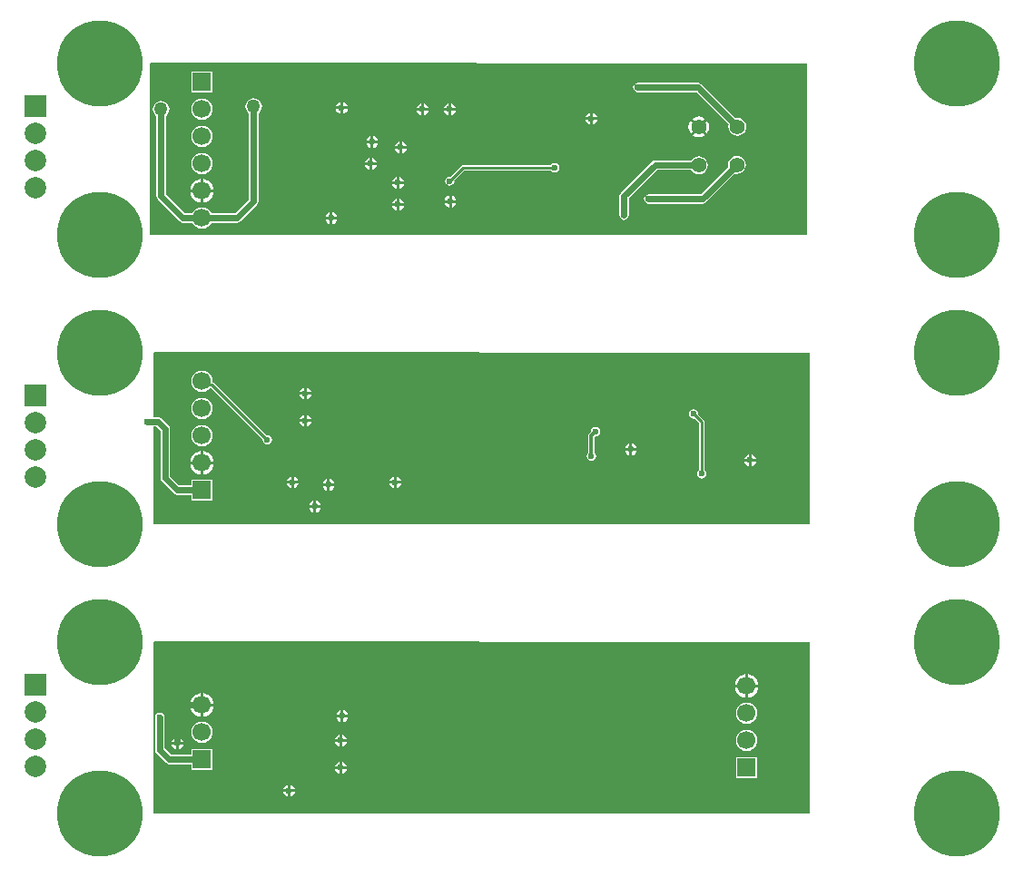
<source format=gbl>
G04*
G04 #@! TF.GenerationSoftware,Altium Limited,Altium Designer,21.0.3 (12)*
G04*
G04 Layer_Physical_Order=2*
G04 Layer_Color=16711680*
%FSLAX25Y25*%
%MOIN*%
G70*
G04*
G04 #@! TF.SameCoordinates,439F85FB-2BEC-417C-9B7D-EA87D0E056F6*
G04*
G04*
G04 #@! TF.FilePolarity,Positive*
G04*
G01*
G75*
%ADD12C,0.01000*%
%ADD53C,0.02362*%
%ADD54C,0.01181*%
%ADD55C,0.06693*%
%ADD56R,0.06693X0.06693*%
%ADD57C,0.05512*%
%ADD58C,0.31496*%
%ADD59R,0.07874X0.07874*%
%ADD60C,0.07874*%
%ADD61C,0.02362*%
%ADD62C,0.05000*%
G36*
X426236Y236221D02*
X426236Y173228D01*
X185039Y173228D01*
Y236048D01*
X185393Y236401D01*
X426236Y236221D01*
D02*
G37*
G36*
X425197Y448819D02*
X425197Y385827D01*
X184000Y385827D01*
Y448646D01*
X184354Y449000D01*
X425197Y448819D01*
D02*
G37*
G36*
X426236Y342520D02*
X426236Y279527D01*
X185039Y279528D01*
Y315536D01*
X186040D01*
X187786Y313790D01*
Y296384D01*
X187916Y295728D01*
X188288Y295172D01*
X192672Y290788D01*
X193228Y290416D01*
X193884Y290286D01*
X199153D01*
Y288154D01*
X206846D01*
Y295847D01*
X199153D01*
Y293714D01*
X194594D01*
X191214Y297094D01*
Y314500D01*
X191084Y315156D01*
X190712Y315712D01*
X187962Y318462D01*
X187406Y318834D01*
X186750Y318964D01*
X185039D01*
Y342347D01*
X185393Y342701D01*
X426236Y342520D01*
D02*
G37*
%LPC*%
G36*
X403500Y224318D02*
Y220500D01*
X407318D01*
X407235Y221135D01*
X406797Y222192D01*
X406100Y223100D01*
X405192Y223797D01*
X404135Y224235D01*
X403500Y224318D01*
D02*
G37*
G36*
X402500D02*
X401865Y224235D01*
X400808Y223797D01*
X399900Y223100D01*
X399203Y222192D01*
X398765Y221135D01*
X398682Y220500D01*
X402500D01*
Y224318D01*
D02*
G37*
G36*
X407318Y219500D02*
X403500D01*
Y215682D01*
X404135Y215765D01*
X405192Y216203D01*
X406100Y216900D01*
X406797Y217808D01*
X407235Y218865D01*
X407318Y219500D01*
D02*
G37*
G36*
X402500D02*
X398682D01*
X398765Y218865D01*
X399203Y217808D01*
X399900Y216900D01*
X400808Y216203D01*
X401865Y215765D01*
X402500Y215682D01*
Y219500D01*
D02*
G37*
G36*
X203500Y217318D02*
Y213500D01*
X207318D01*
X207235Y214135D01*
X206797Y215192D01*
X206100Y216100D01*
X205192Y216797D01*
X204135Y217235D01*
X203500Y217318D01*
D02*
G37*
G36*
X202500D02*
X201865Y217235D01*
X200808Y216797D01*
X199900Y216100D01*
X199203Y215192D01*
X198765Y214135D01*
X198682Y213500D01*
X202500D01*
Y217318D01*
D02*
G37*
G36*
X255000Y211124D02*
Y209500D01*
X256624D01*
X256555Y209851D01*
X256072Y210573D01*
X255351Y211055D01*
X255000Y211124D01*
D02*
G37*
G36*
X254000D02*
X253649Y211055D01*
X252927Y210573D01*
X252445Y209851D01*
X252376Y209500D01*
X254000D01*
Y211124D01*
D02*
G37*
G36*
X207318Y212500D02*
X203500D01*
Y208682D01*
X204135Y208765D01*
X205192Y209203D01*
X206100Y209900D01*
X206797Y210808D01*
X207235Y211865D01*
X207318Y212500D01*
D02*
G37*
G36*
X202500D02*
X198682D01*
X198765Y211865D01*
X199203Y210808D01*
X199900Y209900D01*
X200808Y209203D01*
X201865Y208765D01*
X202500Y208682D01*
Y212500D01*
D02*
G37*
G36*
X256624Y208500D02*
X255000D01*
Y206876D01*
X255351Y206945D01*
X256072Y207428D01*
X256555Y208149D01*
X256624Y208500D01*
D02*
G37*
G36*
X254000D02*
X252376D01*
X252445Y208149D01*
X252927Y207428D01*
X253649Y206945D01*
X254000Y206876D01*
Y208500D01*
D02*
G37*
G36*
X403000Y213880D02*
X401996Y213747D01*
X401060Y213360D01*
X400257Y212743D01*
X399640Y211940D01*
X399253Y211004D01*
X399120Y210000D01*
X399253Y208996D01*
X399640Y208060D01*
X400257Y207257D01*
X401060Y206640D01*
X401996Y206253D01*
X403000Y206120D01*
X404004Y206253D01*
X404940Y206640D01*
X405743Y207257D01*
X406360Y208060D01*
X406747Y208996D01*
X406880Y210000D01*
X406747Y211004D01*
X406360Y211940D01*
X405743Y212743D01*
X404940Y213360D01*
X404004Y213747D01*
X403000Y213880D01*
D02*
G37*
G36*
X254500Y202124D02*
Y200500D01*
X256124D01*
X256055Y200851D01*
X255573Y201572D01*
X254851Y202055D01*
X254500Y202124D01*
D02*
G37*
G36*
X253500D02*
X253149Y202055D01*
X252428Y201572D01*
X251945Y200851D01*
X251876Y200500D01*
X253500D01*
Y202124D01*
D02*
G37*
G36*
X194500Y201124D02*
Y199500D01*
X196124D01*
X196054Y199851D01*
X195572Y200572D01*
X194851Y201055D01*
X194500Y201124D01*
D02*
G37*
G36*
X193500D02*
X193149Y201055D01*
X192428Y200572D01*
X191946Y199851D01*
X191876Y199500D01*
X193500D01*
Y201124D01*
D02*
G37*
G36*
X203000Y206880D02*
X201996Y206747D01*
X201060Y206360D01*
X200257Y205743D01*
X199640Y204940D01*
X199253Y204004D01*
X199120Y203000D01*
X199253Y201996D01*
X199640Y201060D01*
X200257Y200257D01*
X201060Y199640D01*
X201996Y199253D01*
X203000Y199120D01*
X204004Y199253D01*
X204940Y199640D01*
X205743Y200257D01*
X206360Y201060D01*
X206747Y201996D01*
X206880Y203000D01*
X206747Y204004D01*
X206360Y204940D01*
X205743Y205743D01*
X204940Y206360D01*
X204004Y206747D01*
X203000Y206880D01*
D02*
G37*
G36*
X256124Y199500D02*
X254500D01*
Y197876D01*
X254851Y197945D01*
X255573Y198427D01*
X256055Y199149D01*
X256124Y199500D01*
D02*
G37*
G36*
X253500D02*
X251876D01*
X251945Y199149D01*
X252428Y198427D01*
X253149Y197945D01*
X253500Y197876D01*
Y199500D01*
D02*
G37*
G36*
X196124Y198500D02*
X194500D01*
Y196876D01*
X194851Y196946D01*
X195572Y197427D01*
X196054Y198149D01*
X196124Y198500D01*
D02*
G37*
G36*
X193500D02*
X191876D01*
X191946Y198149D01*
X192428Y197427D01*
X193149Y196946D01*
X193500Y196876D01*
Y198500D01*
D02*
G37*
G36*
X403000Y203880D02*
X401996Y203747D01*
X401060Y203360D01*
X400257Y202743D01*
X399640Y201940D01*
X399253Y201004D01*
X399120Y200000D01*
X399253Y198996D01*
X399640Y198060D01*
X400257Y197257D01*
X401060Y196640D01*
X401996Y196253D01*
X403000Y196120D01*
X404004Y196253D01*
X404940Y196640D01*
X405743Y197257D01*
X406360Y198060D01*
X406747Y198996D01*
X406880Y200000D01*
X406747Y201004D01*
X406360Y201940D01*
X405743Y202743D01*
X404940Y203360D01*
X404004Y203747D01*
X403000Y203880D01*
D02*
G37*
G36*
X254500Y192124D02*
Y190500D01*
X256124D01*
X256055Y190851D01*
X255573Y191572D01*
X254851Y192054D01*
X254500Y192124D01*
D02*
G37*
G36*
X253500D02*
X253149Y192054D01*
X252428Y191572D01*
X251945Y190851D01*
X251876Y190500D01*
X253500D01*
Y192124D01*
D02*
G37*
G36*
X187500Y210214D02*
X186844Y210084D01*
X186288Y209712D01*
X185916Y209156D01*
X185786Y208500D01*
Y196500D01*
X185916Y195844D01*
X186288Y195288D01*
X189788Y191788D01*
X190344Y191416D01*
X191000Y191286D01*
X199153D01*
Y189154D01*
X206846D01*
Y196846D01*
X199153D01*
Y194714D01*
X191710D01*
X189214Y197210D01*
Y208500D01*
X189084Y209156D01*
X188712Y209712D01*
X188156Y210084D01*
X187500Y210214D01*
D02*
G37*
G36*
X256124Y189500D02*
X254500D01*
Y187876D01*
X254851Y187945D01*
X255573Y188427D01*
X256055Y189149D01*
X256124Y189500D01*
D02*
G37*
G36*
X253500D02*
X251876D01*
X251945Y189149D01*
X252428Y188427D01*
X253149Y187945D01*
X253500Y187876D01*
Y189500D01*
D02*
G37*
G36*
X406847Y193846D02*
X399153D01*
Y186153D01*
X406847D01*
Y193846D01*
D02*
G37*
G36*
X235500Y183624D02*
Y182000D01*
X237124D01*
X237055Y182351D01*
X236573Y183072D01*
X235851Y183554D01*
X235500Y183624D01*
D02*
G37*
G36*
X234500D02*
X234149Y183554D01*
X233428Y183072D01*
X232945Y182351D01*
X232876Y182000D01*
X234500D01*
Y183624D01*
D02*
G37*
G36*
X237124Y181000D02*
X235500D01*
Y179376D01*
X235851Y179446D01*
X236573Y179928D01*
X237055Y180649D01*
X237124Y181000D01*
D02*
G37*
G36*
X234500D02*
X232876D01*
X232945Y180649D01*
X233428Y179928D01*
X234149Y179446D01*
X234500Y179376D01*
Y181000D01*
D02*
G37*
G36*
X206846Y445847D02*
X199153D01*
Y438154D01*
X206846D01*
Y445847D01*
D02*
G37*
G36*
X254801Y434591D02*
Y432967D01*
X256426D01*
X256356Y433318D01*
X255874Y434039D01*
X255152Y434521D01*
X254801Y434591D01*
D02*
G37*
G36*
X253801D02*
X253450Y434521D01*
X252729Y434039D01*
X252247Y433318D01*
X252177Y432967D01*
X253801D01*
Y434591D01*
D02*
G37*
G36*
X294500Y434124D02*
Y432500D01*
X296124D01*
X296055Y432851D01*
X295572Y433572D01*
X294851Y434055D01*
X294500Y434124D01*
D02*
G37*
G36*
X293500D02*
X293149Y434055D01*
X292427Y433572D01*
X291945Y432851D01*
X291876Y432500D01*
X293500D01*
Y434124D01*
D02*
G37*
G36*
X284500D02*
Y432500D01*
X286124D01*
X286055Y432851D01*
X285573Y433572D01*
X284851Y434055D01*
X284500Y434124D01*
D02*
G37*
G36*
X283500D02*
X283149Y434055D01*
X282428Y433572D01*
X281945Y432851D01*
X281876Y432500D01*
X283500D01*
Y434124D01*
D02*
G37*
G36*
X256426Y431967D02*
X254801D01*
Y430342D01*
X255152Y430412D01*
X255874Y430894D01*
X256356Y431615D01*
X256426Y431967D01*
D02*
G37*
G36*
X253801D02*
X252177D01*
X252247Y431615D01*
X252729Y430894D01*
X253450Y430412D01*
X253801Y430342D01*
Y431967D01*
D02*
G37*
G36*
X296124Y431500D02*
X294500D01*
Y429876D01*
X294851Y429945D01*
X295572Y430428D01*
X296055Y431149D01*
X296124Y431500D01*
D02*
G37*
G36*
X293500D02*
X291876D01*
X291945Y431149D01*
X292427Y430428D01*
X293149Y429945D01*
X293500Y429876D01*
Y431500D01*
D02*
G37*
G36*
X286124D02*
X284500D01*
Y429876D01*
X284851Y429945D01*
X285573Y430428D01*
X286055Y431149D01*
X286124Y431500D01*
D02*
G37*
G36*
X283500D02*
X281876D01*
X281945Y431149D01*
X282428Y430428D01*
X283149Y429945D01*
X283500Y429876D01*
Y431500D01*
D02*
G37*
G36*
X346500Y430624D02*
Y429000D01*
X348124D01*
X348055Y429351D01*
X347572Y430072D01*
X346851Y430555D01*
X346500Y430624D01*
D02*
G37*
G36*
X345500D02*
X345149Y430555D01*
X344427Y430072D01*
X343945Y429351D01*
X343876Y429000D01*
X345500D01*
Y430624D01*
D02*
G37*
G36*
X203000Y435880D02*
X201996Y435747D01*
X201060Y435360D01*
X200257Y434743D01*
X199640Y433940D01*
X199253Y433004D01*
X199120Y432000D01*
X199253Y430996D01*
X199640Y430060D01*
X200257Y429257D01*
X201060Y428640D01*
X201996Y428253D01*
X203000Y428120D01*
X204004Y428253D01*
X204940Y428640D01*
X205743Y429257D01*
X206360Y430060D01*
X206747Y430996D01*
X206880Y432000D01*
X206747Y433004D01*
X206360Y433940D01*
X205743Y434743D01*
X204940Y435360D01*
X204004Y435747D01*
X203000Y435880D01*
D02*
G37*
G36*
X348124Y428000D02*
X346500D01*
Y426376D01*
X346851Y426445D01*
X347572Y426928D01*
X348055Y427649D01*
X348124Y428000D01*
D02*
G37*
G36*
X345500D02*
X343876D01*
X343945Y427649D01*
X344427Y426928D01*
X345149Y426445D01*
X345500Y426376D01*
Y428000D01*
D02*
G37*
G36*
X385386Y429356D02*
X384405Y429226D01*
X383491Y428848D01*
X383107Y428553D01*
X385386Y426274D01*
X387664Y428553D01*
X387280Y428848D01*
X386366Y429226D01*
X385386Y429356D01*
D02*
G37*
G36*
X388371Y427846D02*
X386093Y425567D01*
X388371Y423289D01*
X388666Y423673D01*
X389045Y424587D01*
X389174Y425567D01*
X389045Y426548D01*
X388666Y427461D01*
X388371Y427846D01*
D02*
G37*
G36*
X382400Y427846D02*
X382105Y427461D01*
X381726Y426548D01*
X381597Y425567D01*
X381726Y424587D01*
X382105Y423673D01*
X382400Y423289D01*
X384679Y425567D01*
X382400Y427846D01*
D02*
G37*
G36*
X385095Y441714D02*
X363000D01*
X362344Y441584D01*
X361788Y441212D01*
X361416Y440656D01*
X361286Y440000D01*
X361416Y439344D01*
X361788Y438788D01*
X362344Y438416D01*
X363000Y438286D01*
X384385D01*
X396344Y426327D01*
X396244Y425567D01*
X396356Y424717D01*
X396684Y423925D01*
X397206Y423245D01*
X397886Y422723D01*
X398678Y422395D01*
X399528Y422283D01*
X400378Y422395D01*
X401170Y422723D01*
X401850Y423245D01*
X402372Y423925D01*
X402700Y424717D01*
X402812Y425567D01*
X402700Y426417D01*
X402372Y427209D01*
X401850Y427889D01*
X401170Y428411D01*
X400378Y428739D01*
X399528Y428851D01*
X398768Y428751D01*
X386307Y441212D01*
X385751Y441584D01*
X385095Y441714D01*
D02*
G37*
G36*
X385386Y424860D02*
X383107Y422582D01*
X383491Y422287D01*
X384405Y421908D01*
X385386Y421779D01*
X386366Y421908D01*
X387280Y422287D01*
X387664Y422582D01*
X385386Y424860D01*
D02*
G37*
G36*
X266000Y422124D02*
Y420500D01*
X267624D01*
X267555Y420851D01*
X267073Y421572D01*
X266351Y422055D01*
X266000Y422124D01*
D02*
G37*
G36*
X265000D02*
X264649Y422055D01*
X263928Y421572D01*
X263445Y420851D01*
X263376Y420500D01*
X265000D01*
Y422124D01*
D02*
G37*
G36*
X276500Y420124D02*
Y418500D01*
X278124D01*
X278055Y418851D01*
X277572Y419572D01*
X276851Y420055D01*
X276500Y420124D01*
D02*
G37*
G36*
X275500D02*
X275149Y420055D01*
X274428Y419572D01*
X273945Y418851D01*
X273876Y418500D01*
X275500D01*
Y420124D01*
D02*
G37*
G36*
X203000Y425880D02*
X201996Y425747D01*
X201060Y425360D01*
X200257Y424743D01*
X199640Y423940D01*
X199253Y423004D01*
X199120Y422000D01*
X199253Y420996D01*
X199640Y420060D01*
X200257Y419257D01*
X201060Y418640D01*
X201996Y418253D01*
X203000Y418120D01*
X204004Y418253D01*
X204940Y418640D01*
X205743Y419257D01*
X206360Y420060D01*
X206747Y420996D01*
X206880Y422000D01*
X206747Y423004D01*
X206360Y423940D01*
X205743Y424743D01*
X204940Y425360D01*
X204004Y425747D01*
X203000Y425880D01*
D02*
G37*
G36*
X267624Y419500D02*
X266000D01*
Y417876D01*
X266351Y417945D01*
X267073Y418428D01*
X267555Y419149D01*
X267624Y419500D01*
D02*
G37*
G36*
X265000D02*
X263376D01*
X263445Y419149D01*
X263928Y418428D01*
X264649Y417945D01*
X265000Y417876D01*
Y419500D01*
D02*
G37*
G36*
X278124Y417500D02*
X276500D01*
Y415876D01*
X276851Y415945D01*
X277572Y416428D01*
X278055Y417149D01*
X278124Y417500D01*
D02*
G37*
G36*
X275500D02*
X273876D01*
X273945Y417149D01*
X274428Y416428D01*
X275149Y415945D01*
X275500Y415876D01*
Y417500D01*
D02*
G37*
G36*
X265500Y414124D02*
Y412500D01*
X267124D01*
X267055Y412851D01*
X266572Y413573D01*
X265851Y414055D01*
X265500Y414124D01*
D02*
G37*
G36*
X264500D02*
X264149Y414055D01*
X263427Y413573D01*
X262945Y412851D01*
X262876Y412500D01*
X264500D01*
Y414124D01*
D02*
G37*
G36*
X267124Y411500D02*
X265500D01*
Y409876D01*
X265851Y409945D01*
X266572Y410428D01*
X267055Y411149D01*
X267124Y411500D01*
D02*
G37*
G36*
X264500D02*
X262876D01*
X262945Y411149D01*
X263427Y410428D01*
X264149Y409945D01*
X264500Y409876D01*
Y411500D01*
D02*
G37*
G36*
X332500Y412214D02*
X331844Y412084D01*
X331288Y411712D01*
X331159Y411520D01*
X298941D01*
X298551Y411442D01*
X298220Y411221D01*
X294227Y407228D01*
X294000Y407273D01*
X293344Y407143D01*
X292788Y406771D01*
X292416Y406215D01*
X292286Y405559D01*
X292416Y404903D01*
X292788Y404347D01*
X293344Y403976D01*
X294000Y403845D01*
X294656Y403976D01*
X295212Y404347D01*
X295584Y404903D01*
X295714Y405559D01*
X295669Y405786D01*
X299363Y409480D01*
X331159D01*
X331288Y409288D01*
X331844Y408916D01*
X332500Y408786D01*
X333156Y408916D01*
X333712Y409288D01*
X334084Y409844D01*
X334214Y410500D01*
X334084Y411156D01*
X333712Y411712D01*
X333156Y412084D01*
X332500Y412214D01*
D02*
G37*
G36*
X399416Y414820D02*
X398566Y414709D01*
X397774Y414381D01*
X397094Y413859D01*
X396572Y413178D01*
X396244Y412387D01*
X396132Y411537D01*
X396233Y410777D01*
X386170Y400714D01*
X367000D01*
X366344Y400584D01*
X365788Y400212D01*
X365416Y399656D01*
X365286Y399000D01*
X365416Y398344D01*
X365788Y397788D01*
X366344Y397416D01*
X367000Y397286D01*
X386880D01*
X387536Y397416D01*
X388092Y397788D01*
X398657Y408353D01*
X399416Y408252D01*
X400266Y408364D01*
X401058Y408693D01*
X401739Y409214D01*
X402260Y409895D01*
X402589Y410687D01*
X402700Y411537D01*
X402589Y412387D01*
X402260Y413178D01*
X401739Y413859D01*
X401058Y414381D01*
X400266Y414709D01*
X399416Y414820D01*
D02*
G37*
G36*
X385386Y414709D02*
X384536Y414597D01*
X383744Y414269D01*
X383064Y413747D01*
X382597Y413139D01*
X369425D01*
X368769Y413009D01*
X368213Y412637D01*
X356788Y401212D01*
X356416Y400656D01*
X356286Y400000D01*
Y393000D01*
X356416Y392344D01*
X356788Y391788D01*
X357344Y391416D01*
X358000Y391286D01*
X358656Y391416D01*
X359212Y391788D01*
X359584Y392344D01*
X359714Y393000D01*
Y399290D01*
X370135Y409711D01*
X382597D01*
X383064Y409103D01*
X383744Y408581D01*
X384536Y408253D01*
X385386Y408141D01*
X386236Y408253D01*
X387028Y408581D01*
X387708Y409103D01*
X388230Y409783D01*
X388558Y410575D01*
X388670Y411425D01*
X388558Y412275D01*
X388230Y413067D01*
X387708Y413747D01*
X387028Y414269D01*
X386236Y414597D01*
X385386Y414709D01*
D02*
G37*
G36*
X203000Y415880D02*
X201996Y415747D01*
X201060Y415360D01*
X200257Y414743D01*
X199640Y413940D01*
X199253Y413004D01*
X199120Y412000D01*
X199253Y410996D01*
X199640Y410060D01*
X200257Y409257D01*
X201060Y408640D01*
X201996Y408253D01*
X203000Y408120D01*
X204004Y408253D01*
X204940Y408640D01*
X205743Y409257D01*
X206360Y410060D01*
X206747Y410996D01*
X206880Y412000D01*
X206747Y413004D01*
X206360Y413940D01*
X205743Y414743D01*
X204940Y415360D01*
X204004Y415747D01*
X203000Y415880D01*
D02*
G37*
G36*
X275500Y407124D02*
Y405500D01*
X277124D01*
X277055Y405851D01*
X276572Y406572D01*
X275851Y407055D01*
X275500Y407124D01*
D02*
G37*
G36*
X274500D02*
X274149Y407055D01*
X273428Y406572D01*
X272945Y405851D01*
X272876Y405500D01*
X274500D01*
Y407124D01*
D02*
G37*
G36*
X277124Y404500D02*
X275500D01*
Y402876D01*
X275851Y402945D01*
X276572Y403428D01*
X277055Y404149D01*
X277124Y404500D01*
D02*
G37*
G36*
X274500D02*
X272876D01*
X272945Y404149D01*
X273428Y403428D01*
X274149Y402945D01*
X274500Y402876D01*
Y404500D01*
D02*
G37*
G36*
X203500Y406318D02*
Y402500D01*
X207318D01*
X207235Y403135D01*
X206797Y404192D01*
X206100Y405100D01*
X205192Y405797D01*
X204135Y406235D01*
X203500Y406318D01*
D02*
G37*
G36*
X202500D02*
X201865Y406235D01*
X200808Y405797D01*
X199900Y405100D01*
X199203Y404192D01*
X198765Y403135D01*
X198682Y402500D01*
X202500D01*
Y406318D01*
D02*
G37*
G36*
X294673Y400212D02*
Y398588D01*
X296297D01*
X296227Y398939D01*
X295745Y399660D01*
X295024Y400143D01*
X294673Y400212D01*
D02*
G37*
G36*
X293673D02*
X293322Y400143D01*
X292600Y399660D01*
X292118Y398939D01*
X292048Y398588D01*
X293673D01*
Y400212D01*
D02*
G37*
G36*
X202500Y401500D02*
X198682D01*
X198765Y400865D01*
X199203Y399808D01*
X199900Y398900D01*
X200808Y398203D01*
X201865Y397765D01*
X202500Y397682D01*
Y401500D01*
D02*
G37*
G36*
X207318D02*
X203500D01*
Y397682D01*
X204135Y397765D01*
X205192Y398203D01*
X206100Y398900D01*
X206797Y399808D01*
X207235Y400865D01*
X207318Y401500D01*
D02*
G37*
G36*
X275500Y399124D02*
Y397500D01*
X277124D01*
X277055Y397851D01*
X276572Y398572D01*
X275851Y399055D01*
X275500Y399124D01*
D02*
G37*
G36*
X274500D02*
X274149Y399055D01*
X273428Y398572D01*
X272945Y397851D01*
X272876Y397500D01*
X274500D01*
Y399124D01*
D02*
G37*
G36*
X296297Y397588D02*
X294673D01*
Y395964D01*
X295024Y396034D01*
X295745Y396516D01*
X296227Y397237D01*
X296297Y397588D01*
D02*
G37*
G36*
X293673D02*
X292048D01*
X292118Y397237D01*
X292600Y396516D01*
X293322Y396034D01*
X293673Y395964D01*
Y397588D01*
D02*
G37*
G36*
X277124Y396500D02*
X275500D01*
Y394876D01*
X275851Y394945D01*
X276572Y395427D01*
X277055Y396149D01*
X277124Y396500D01*
D02*
G37*
G36*
X274500D02*
X272876D01*
X272945Y396149D01*
X273428Y395427D01*
X274149Y394945D01*
X274500Y394876D01*
Y396500D01*
D02*
G37*
G36*
X222000Y436026D02*
X221217Y435923D01*
X220487Y435620D01*
X219860Y435140D01*
X219379Y434513D01*
X219077Y433783D01*
X218974Y433000D01*
X219077Y432217D01*
X219379Y431487D01*
X219860Y430860D01*
X220286Y430534D01*
Y398710D01*
X215290Y393714D01*
X206453D01*
X206360Y393940D01*
X205743Y394743D01*
X204940Y395360D01*
X204004Y395747D01*
X203000Y395880D01*
X201996Y395747D01*
X201060Y395360D01*
X200257Y394743D01*
X199640Y393940D01*
X199547Y393714D01*
X196710D01*
X189714Y400710D01*
Y429534D01*
X190140Y429860D01*
X190621Y430487D01*
X190923Y431217D01*
X191026Y432000D01*
X190923Y432783D01*
X190621Y433513D01*
X190140Y434140D01*
X189513Y434621D01*
X188783Y434923D01*
X188000Y435026D01*
X187217Y434923D01*
X186487Y434621D01*
X185860Y434140D01*
X185380Y433513D01*
X185077Y432783D01*
X184974Y432000D01*
X185077Y431217D01*
X185380Y430487D01*
X185860Y429860D01*
X186286Y429534D01*
Y400000D01*
X186416Y399344D01*
X186788Y398788D01*
X194788Y390788D01*
X195344Y390416D01*
X196000Y390286D01*
X199547D01*
X199640Y390060D01*
X200257Y389257D01*
X201060Y388640D01*
X201996Y388253D01*
X203000Y388120D01*
X204004Y388253D01*
X204940Y388640D01*
X205743Y389257D01*
X206360Y390060D01*
X206453Y390286D01*
X216000D01*
X216656Y390416D01*
X217212Y390788D01*
X223212Y396788D01*
X223584Y397344D01*
X223714Y398000D01*
Y430534D01*
X224140Y430860D01*
X224621Y431487D01*
X224923Y432217D01*
X225026Y433000D01*
X224923Y433783D01*
X224621Y434513D01*
X224140Y435140D01*
X223513Y435620D01*
X222783Y435923D01*
X222000Y436026D01*
D02*
G37*
G36*
X251000Y394124D02*
Y392500D01*
X252624D01*
X252555Y392851D01*
X252073Y393572D01*
X251351Y394055D01*
X251000Y394124D01*
D02*
G37*
G36*
X250000D02*
X249649Y394055D01*
X248927Y393572D01*
X248445Y392851D01*
X248376Y392500D01*
X250000D01*
Y394124D01*
D02*
G37*
G36*
X252624Y391500D02*
X251000D01*
Y389876D01*
X251351Y389945D01*
X252073Y390427D01*
X252555Y391149D01*
X252624Y391500D01*
D02*
G37*
G36*
X250000D02*
X248376D01*
X248445Y391149D01*
X248927Y390427D01*
X249649Y389945D01*
X250000Y389876D01*
Y391500D01*
D02*
G37*
G36*
X241500Y329624D02*
Y328000D01*
X243124D01*
X243055Y328351D01*
X242572Y329072D01*
X241851Y329555D01*
X241500Y329624D01*
D02*
G37*
G36*
X240500D02*
X240149Y329555D01*
X239427Y329072D01*
X238945Y328351D01*
X238876Y328000D01*
X240500D01*
Y329624D01*
D02*
G37*
G36*
X243124Y327000D02*
X241500D01*
Y325376D01*
X241851Y325445D01*
X242572Y325927D01*
X243055Y326649D01*
X243124Y327000D01*
D02*
G37*
G36*
X240500D02*
X238876D01*
X238945Y326649D01*
X239427Y325927D01*
X240149Y325445D01*
X240500Y325376D01*
Y327000D01*
D02*
G37*
G36*
X203000Y325880D02*
X201996Y325747D01*
X201060Y325360D01*
X200257Y324743D01*
X199640Y323940D01*
X199253Y323004D01*
X199120Y322000D01*
X199253Y320996D01*
X199640Y320060D01*
X200257Y319257D01*
X201060Y318640D01*
X201996Y318253D01*
X203000Y318120D01*
X204004Y318253D01*
X204940Y318640D01*
X205743Y319257D01*
X206360Y320060D01*
X206747Y320996D01*
X206880Y322000D01*
X206747Y323004D01*
X206360Y323940D01*
X205743Y324743D01*
X204940Y325360D01*
X204004Y325747D01*
X203000Y325880D01*
D02*
G37*
G36*
X241500Y319624D02*
Y318000D01*
X243124D01*
X243055Y318351D01*
X242572Y319073D01*
X241851Y319555D01*
X241500Y319624D01*
D02*
G37*
G36*
X240500D02*
X240149Y319555D01*
X239427Y319073D01*
X238945Y318351D01*
X238876Y318000D01*
X240500D01*
Y319624D01*
D02*
G37*
G36*
X243124Y317000D02*
X241500D01*
Y315376D01*
X241851Y315445D01*
X242572Y315928D01*
X243055Y316649D01*
X243124Y317000D01*
D02*
G37*
G36*
X240500D02*
X238876D01*
X238945Y316649D01*
X239427Y315928D01*
X240149Y315445D01*
X240500Y315376D01*
Y317000D01*
D02*
G37*
G36*
X203000Y335880D02*
X201996Y335747D01*
X201060Y335360D01*
X200257Y334743D01*
X199640Y333940D01*
X199253Y333004D01*
X199120Y332000D01*
X199253Y330996D01*
X199640Y330060D01*
X200257Y329257D01*
X201060Y328640D01*
X201996Y328253D01*
X203000Y328120D01*
X204004Y328253D01*
X204940Y328640D01*
X205743Y329257D01*
X205972Y329555D01*
X206471Y329587D01*
X225331Y310727D01*
X225286Y310500D01*
X225416Y309844D01*
X225788Y309288D01*
X226344Y308916D01*
X227000Y308786D01*
X227656Y308916D01*
X228212Y309288D01*
X228584Y309844D01*
X228714Y310500D01*
X228584Y311156D01*
X228212Y311712D01*
X227656Y312084D01*
X227000Y312214D01*
X226773Y312169D01*
X207310Y331632D01*
X206979Y331853D01*
X206863Y331876D01*
X206880Y332000D01*
X206747Y333004D01*
X206360Y333940D01*
X205743Y334743D01*
X204940Y335360D01*
X204004Y335747D01*
X203000Y335880D01*
D02*
G37*
G36*
Y315880D02*
X201996Y315747D01*
X201060Y315360D01*
X200257Y314743D01*
X199640Y313940D01*
X199253Y313004D01*
X199120Y312000D01*
X199253Y310996D01*
X199640Y310060D01*
X200257Y309257D01*
X201060Y308640D01*
X201996Y308253D01*
X203000Y308120D01*
X204004Y308253D01*
X204940Y308640D01*
X205743Y309257D01*
X206360Y310060D01*
X206747Y310996D01*
X206880Y312000D01*
X206747Y313004D01*
X206360Y313940D01*
X205743Y314743D01*
X204940Y315360D01*
X204004Y315747D01*
X203000Y315880D01*
D02*
G37*
G36*
X361000Y309124D02*
Y307500D01*
X362624D01*
X362555Y307851D01*
X362072Y308573D01*
X361351Y309055D01*
X361000Y309124D01*
D02*
G37*
G36*
X360000D02*
X359649Y309055D01*
X358927Y308573D01*
X358445Y307851D01*
X358376Y307500D01*
X360000D01*
Y309124D01*
D02*
G37*
G36*
X362624Y306500D02*
X361000D01*
Y304876D01*
X361351Y304945D01*
X362072Y305428D01*
X362555Y306149D01*
X362624Y306500D01*
D02*
G37*
G36*
X360000D02*
X358376D01*
X358445Y306149D01*
X358927Y305428D01*
X359649Y304945D01*
X360000Y304876D01*
Y306500D01*
D02*
G37*
G36*
X404819Y305124D02*
Y303500D01*
X406443D01*
X406374Y303851D01*
X405891Y304573D01*
X405170Y305055D01*
X404819Y305124D01*
D02*
G37*
G36*
X403819D02*
X403468Y305055D01*
X402746Y304573D01*
X402264Y303851D01*
X402194Y303500D01*
X403819D01*
Y305124D01*
D02*
G37*
G36*
X347500Y315214D02*
X346844Y315084D01*
X346288Y314712D01*
X345916Y314156D01*
X345786Y313500D01*
X345810Y313382D01*
X345214Y312786D01*
X344973Y312425D01*
X344888Y312000D01*
X344888Y312000D01*
Y305779D01*
X344788Y305712D01*
X344416Y305156D01*
X344286Y304500D01*
X344416Y303844D01*
X344788Y303288D01*
X345344Y302916D01*
X346000Y302786D01*
X346656Y302916D01*
X347212Y303288D01*
X347584Y303844D01*
X347714Y304500D01*
X347584Y305156D01*
X347212Y305712D01*
X347112Y305779D01*
Y311434D01*
X347500Y311786D01*
X348156Y311916D01*
X348712Y312288D01*
X349084Y312844D01*
X349214Y313500D01*
X349084Y314156D01*
X348712Y314712D01*
X348156Y315084D01*
X347500Y315214D01*
D02*
G37*
G36*
X203500Y306318D02*
Y302500D01*
X207318D01*
X207235Y303135D01*
X206797Y304192D01*
X206100Y305100D01*
X205192Y305797D01*
X204135Y306235D01*
X203500Y306318D01*
D02*
G37*
G36*
X202500D02*
X201865Y306235D01*
X200808Y305797D01*
X199900Y305100D01*
X199203Y304192D01*
X198765Y303135D01*
X198682Y302500D01*
X202500D01*
Y306318D01*
D02*
G37*
G36*
X406443Y302500D02*
X404819D01*
Y300876D01*
X405170Y300945D01*
X405891Y301428D01*
X406374Y302149D01*
X406443Y302500D01*
D02*
G37*
G36*
X403819D02*
X402194D01*
X402264Y302149D01*
X402746Y301428D01*
X403468Y300945D01*
X403819Y300876D01*
Y302500D01*
D02*
G37*
G36*
X207318Y301500D02*
X203500D01*
Y297682D01*
X204135Y297765D01*
X205192Y298203D01*
X206100Y298900D01*
X206797Y299808D01*
X207235Y300865D01*
X207318Y301500D01*
D02*
G37*
G36*
X202500D02*
X198682D01*
X198765Y300865D01*
X199203Y299808D01*
X199900Y298900D01*
X200808Y298203D01*
X201865Y297765D01*
X202500Y297682D01*
Y301500D01*
D02*
G37*
G36*
X383500Y321714D02*
X382844Y321584D01*
X382288Y321212D01*
X381916Y320656D01*
X381786Y320000D01*
X381916Y319344D01*
X382288Y318788D01*
X382844Y318416D01*
X383500Y318286D01*
X383727Y318331D01*
X385480Y316578D01*
Y299341D01*
X385288Y299212D01*
X384916Y298656D01*
X384786Y298000D01*
X384916Y297344D01*
X385288Y296788D01*
X385844Y296416D01*
X386500Y296286D01*
X387156Y296416D01*
X387712Y296788D01*
X388084Y297344D01*
X388214Y298000D01*
X388084Y298656D01*
X387712Y299212D01*
X387520Y299341D01*
Y317000D01*
X387442Y317390D01*
X387221Y317721D01*
X385169Y319773D01*
X385214Y320000D01*
X385084Y320656D01*
X384712Y321212D01*
X384156Y321584D01*
X383500Y321714D01*
D02*
G37*
G36*
X274500Y296965D02*
Y295340D01*
X276124D01*
X276055Y295691D01*
X275572Y296413D01*
X274851Y296895D01*
X274500Y296965D01*
D02*
G37*
G36*
X273500D02*
X273149Y296895D01*
X272428Y296413D01*
X271945Y295691D01*
X271876Y295340D01*
X273500D01*
Y296965D01*
D02*
G37*
G36*
X236760D02*
Y295340D01*
X238384D01*
X238314Y295691D01*
X237832Y296413D01*
X237111Y296895D01*
X236760Y296965D01*
D02*
G37*
G36*
X235760D02*
X235409Y296895D01*
X234687Y296413D01*
X234205Y295691D01*
X234136Y295340D01*
X235760D01*
Y296965D01*
D02*
G37*
G36*
X250000Y296124D02*
Y294500D01*
X251624D01*
X251555Y294851D01*
X251073Y295572D01*
X250351Y296055D01*
X250000Y296124D01*
D02*
G37*
G36*
X249000D02*
X248649Y296055D01*
X247927Y295572D01*
X247445Y294851D01*
X247376Y294500D01*
X249000D01*
Y296124D01*
D02*
G37*
G36*
X276124Y294340D02*
X274500D01*
Y292716D01*
X274851Y292786D01*
X275572Y293268D01*
X276055Y293989D01*
X276124Y294340D01*
D02*
G37*
G36*
X273500D02*
X271876D01*
X271945Y293989D01*
X272428Y293268D01*
X273149Y292786D01*
X273500Y292716D01*
Y294340D01*
D02*
G37*
G36*
X238384D02*
X236760D01*
Y292716D01*
X237111Y292786D01*
X237832Y293268D01*
X238314Y293989D01*
X238384Y294340D01*
D02*
G37*
G36*
X235760D02*
X234136D01*
X234205Y293989D01*
X234687Y293268D01*
X235409Y292786D01*
X235760Y292716D01*
Y294340D01*
D02*
G37*
G36*
X251624Y293500D02*
X250000D01*
Y291876D01*
X250351Y291945D01*
X251073Y292427D01*
X251555Y293149D01*
X251624Y293500D01*
D02*
G37*
G36*
X249000D02*
X247376D01*
X247445Y293149D01*
X247927Y292427D01*
X248649Y291945D01*
X249000Y291876D01*
Y293500D01*
D02*
G37*
G36*
X245000Y288124D02*
Y286500D01*
X246624D01*
X246555Y286851D01*
X246073Y287573D01*
X245351Y288055D01*
X245000Y288124D01*
D02*
G37*
G36*
X244000D02*
X243649Y288055D01*
X242928Y287573D01*
X242445Y286851D01*
X242376Y286500D01*
X244000D01*
Y288124D01*
D02*
G37*
G36*
X246624Y285500D02*
X245000D01*
Y283876D01*
X245351Y283945D01*
X246073Y284427D01*
X246555Y285149D01*
X246624Y285500D01*
D02*
G37*
G36*
X244000D02*
X242376D01*
X242445Y285149D01*
X242928Y284427D01*
X243649Y283945D01*
X244000Y283876D01*
Y285500D01*
D02*
G37*
%LPD*%
D12*
X294000Y405559D02*
X298941Y410500D01*
X332500D01*
X386500Y298000D02*
Y317000D01*
X383500Y320000D02*
X386500Y317000D01*
X203000Y332000D02*
X204089Y330911D01*
X206589D02*
X227000Y310500D01*
X204089Y330911D02*
X206589D01*
D53*
X194000Y199000D02*
Y209000D01*
X202990Y212990D02*
X203000Y213000D01*
X194000Y209000D02*
X197990Y212990D01*
X202990D01*
X187500Y196500D02*
X191000Y193000D01*
X203000D01*
X187500Y196500D02*
Y208500D01*
X182750Y317250D02*
X186750D01*
X189500Y314500D01*
X193884Y292000D02*
X203000D01*
X189500Y296384D02*
X193884Y292000D01*
X189500Y296384D02*
Y314500D01*
X222000Y398000D02*
Y433000D01*
X369425Y411425D02*
X385386D01*
X358000Y400000D02*
X369425Y411425D01*
X358000Y393000D02*
Y400000D01*
X367000Y399000D02*
X386880D01*
X399416Y411537D01*
X363000Y440000D02*
X385095D01*
X399528Y425567D01*
X203000Y392000D02*
X216000D01*
X222000Y398000D01*
X196000Y392000D02*
X203000D01*
X188000Y400000D02*
Y432000D01*
Y400000D02*
X196000Y392000D01*
D54*
X346000Y304500D02*
Y312000D01*
X347500Y313500D01*
D55*
X203000Y392000D02*
D03*
Y402000D02*
D03*
Y412000D02*
D03*
Y422000D02*
D03*
Y432000D02*
D03*
Y213000D02*
D03*
Y203000D02*
D03*
X403000Y220000D02*
D03*
Y210000D02*
D03*
Y200000D02*
D03*
X203000Y302000D02*
D03*
Y312000D02*
D03*
Y322000D02*
D03*
Y332000D02*
D03*
D56*
Y442000D02*
D03*
Y193000D02*
D03*
X403000Y190000D02*
D03*
X203000Y292000D02*
D03*
D57*
X399416Y411537D02*
D03*
X399528Y425567D02*
D03*
X385386D02*
D03*
Y411425D02*
D03*
D58*
X480315Y236221D02*
D03*
Y173228D02*
D03*
X165354D02*
D03*
Y236221D02*
D03*
Y342520D02*
D03*
Y279528D02*
D03*
X480315D02*
D03*
Y342520D02*
D03*
Y448819D02*
D03*
Y385827D02*
D03*
X165354D02*
D03*
Y448819D02*
D03*
D59*
X141732Y433228D02*
D03*
Y326772D02*
D03*
Y220472D02*
D03*
D60*
Y423228D02*
D03*
Y413228D02*
D03*
Y403228D02*
D03*
Y316772D02*
D03*
Y306772D02*
D03*
Y296772D02*
D03*
Y210472D02*
D03*
Y200472D02*
D03*
Y190472D02*
D03*
D61*
X244500Y286000D02*
D03*
X332500Y410500D02*
D03*
X294000Y405559D02*
D03*
X235000Y181500D02*
D03*
X254500Y209000D02*
D03*
X254000Y200000D02*
D03*
Y190000D02*
D03*
X360500Y307000D02*
D03*
X404319Y303000D02*
D03*
X347500Y313500D02*
D03*
X346000Y304500D02*
D03*
X274000Y294840D02*
D03*
X249500Y294000D02*
D03*
X236260Y294840D02*
D03*
X241000Y317500D02*
D03*
Y327500D02*
D03*
X346000Y428500D02*
D03*
X250500Y392000D02*
D03*
X265500Y420000D02*
D03*
X265000Y412000D02*
D03*
X275000Y397000D02*
D03*
Y405000D02*
D03*
X276000Y418000D02*
D03*
X294173Y398088D02*
D03*
X294000Y432000D02*
D03*
X284000D02*
D03*
X254301Y432467D02*
D03*
X194000Y199000D02*
D03*
X187500Y208500D02*
D03*
X182750Y317250D02*
D03*
X386500Y298000D02*
D03*
X383500Y320000D02*
D03*
X227000Y310500D02*
D03*
X358000Y393000D02*
D03*
X367000Y399000D02*
D03*
X363000Y440000D02*
D03*
D62*
X222000Y433000D02*
D03*
X188000Y432000D02*
D03*
M02*

</source>
